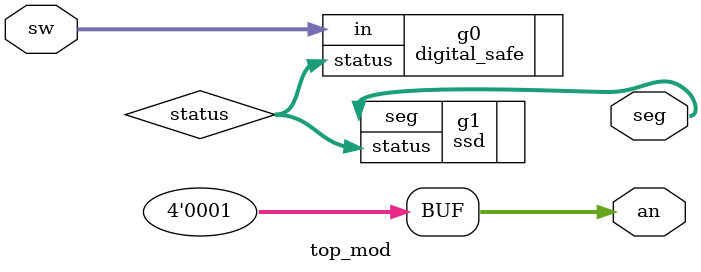
<source format=v>



module top_mod(
    output [6:0]seg,
    output [3:0]an,
    input [4:0]sw
    );
    
    assign an=4'b0001;
    wire [1:0]status;
    
    digital_safe g0(.status(status),.in(sw));
    ssd g1(.seg(seg),.status(status));
    
    
endmodule

</source>
